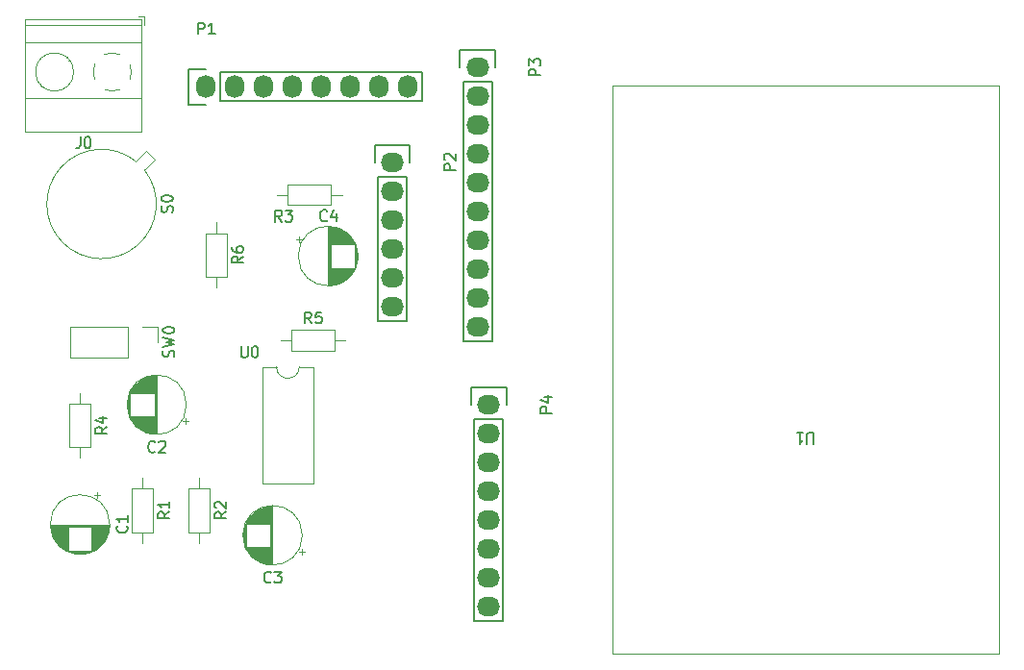
<source format=gbr>
%TF.GenerationSoftware,KiCad,Pcbnew,(6.99.0-224-g211820a689)*%
%TF.CreationDate,2022-01-05T07:16:04+01:00*%
%TF.ProjectId,PCB,5043422e-6b69-4636-9164-5f7063625858,1.0*%
%TF.SameCoordinates,Original*%
%TF.FileFunction,Legend,Top*%
%TF.FilePolarity,Positive*%
%FSLAX46Y46*%
G04 Gerber Fmt 4.6, Leading zero omitted, Abs format (unit mm)*
G04 Created by KiCad (PCBNEW (6.99.0-224-g211820a689)) date 2022-01-05 07:16:04*
%MOMM*%
%LPD*%
G01*
G04 APERTURE LIST*
%ADD10C,0.150000*%
%ADD11C,0.120000*%
%ADD12O,2.032000X1.727200*%
%ADD13O,1.727200X2.032000*%
G04 APERTURE END LIST*
D10*
%TO.C,U1*%
X254597617Y-140447619D02*
X254597617Y-139638095D01*
X254549998Y-139542857D01*
X254502379Y-139495238D01*
X254407141Y-139447619D01*
X254216665Y-139447619D01*
X254121427Y-139495238D01*
X254073808Y-139542857D01*
X254026189Y-139638095D01*
X254026189Y-140447619D01*
X253114285Y-139447619D02*
X253685713Y-139447619D01*
X253399999Y-139447619D02*
X253399999Y-140447619D01*
X253495237Y-140304761D01*
X253590475Y-140209523D01*
X253685713Y-140161904D01*
%TO.C,U0*%
X204202382Y-131852380D02*
X204202382Y-132661904D01*
X204250001Y-132757142D01*
X204297620Y-132804761D01*
X204392858Y-132852380D01*
X204583334Y-132852380D01*
X204678572Y-132804761D01*
X204726191Y-132757142D01*
X204773810Y-132661904D01*
X204773810Y-131852380D01*
X205352381Y-131852380D02*
X205447619Y-131852380D01*
X205542857Y-131900000D01*
X205590476Y-131947619D01*
X205638095Y-132042857D01*
X205685714Y-132233333D01*
X205685714Y-132471428D01*
X205638095Y-132661904D01*
X205590476Y-132757142D01*
X205542857Y-132804761D01*
X205447619Y-132852380D01*
X205352381Y-132852380D01*
X205257143Y-132804761D01*
X205209524Y-132757142D01*
X205161905Y-132661904D01*
X205114286Y-132471428D01*
X205114286Y-132233333D01*
X205161905Y-132042857D01*
X205209524Y-131947619D01*
X205257143Y-131900000D01*
X205352381Y-131852380D01*
%TO.C,SW0*%
X198259761Y-132796427D02*
X198307380Y-132653570D01*
X198307380Y-132415475D01*
X198259761Y-132320237D01*
X198212142Y-132272618D01*
X198116904Y-132224999D01*
X198021666Y-132224999D01*
X197926428Y-132272618D01*
X197878809Y-132320237D01*
X197831190Y-132415475D01*
X197783571Y-132605951D01*
X197735952Y-132701189D01*
X197688333Y-132748808D01*
X197593095Y-132796427D01*
X197497857Y-132796427D01*
X197402619Y-132748808D01*
X197355000Y-132701189D01*
X197307380Y-132605951D01*
X197307380Y-132367856D01*
X197355000Y-132224999D01*
X197307380Y-131932142D02*
X198307380Y-131694047D01*
X197593095Y-131503571D01*
X198307380Y-131313095D01*
X197307380Y-131075000D01*
X197307380Y-130496428D02*
X197307380Y-130401190D01*
X197355000Y-130305952D01*
X197402619Y-130258333D01*
X197497857Y-130210714D01*
X197688333Y-130163095D01*
X197926428Y-130163095D01*
X198116904Y-130210714D01*
X198212142Y-130258333D01*
X198259761Y-130305952D01*
X198307380Y-130401190D01*
X198307380Y-130496428D01*
X198259761Y-130591666D01*
X198212142Y-130639285D01*
X198116904Y-130686904D01*
X197926428Y-130734523D01*
X197688333Y-130734523D01*
X197497857Y-130686904D01*
X197402619Y-130639285D01*
X197355000Y-130591666D01*
X197307380Y-130496428D01*
%TO.C,S0*%
X198124761Y-120041427D02*
X198172380Y-119898570D01*
X198172380Y-119660475D01*
X198124761Y-119565237D01*
X198077142Y-119517618D01*
X197981904Y-119469999D01*
X197886666Y-119469999D01*
X197791428Y-119517618D01*
X197743809Y-119565237D01*
X197696190Y-119660475D01*
X197648571Y-119850951D01*
X197600952Y-119946189D01*
X197553333Y-119993808D01*
X197458095Y-120041427D01*
X197362857Y-120041427D01*
X197267619Y-119993808D01*
X197220000Y-119946189D01*
X197172380Y-119850951D01*
X197172380Y-119612856D01*
X197220000Y-119469999D01*
X197172380Y-118891428D02*
X197172380Y-118796190D01*
X197220000Y-118700952D01*
X197267619Y-118653333D01*
X197362857Y-118605714D01*
X197553333Y-118558095D01*
X197791428Y-118558095D01*
X197981904Y-118605714D01*
X198077142Y-118653333D01*
X198124761Y-118700952D01*
X198172380Y-118796190D01*
X198172380Y-118891428D01*
X198124761Y-118986666D01*
X198077142Y-119034285D01*
X197981904Y-119081904D01*
X197791428Y-119129523D01*
X197553333Y-119129523D01*
X197362857Y-119081904D01*
X197267619Y-119034285D01*
X197220000Y-118986666D01*
X197172380Y-118891428D01*
%TO.C,R6*%
X204372380Y-123936189D02*
X203896190Y-124269522D01*
X204372380Y-124507617D02*
X203372380Y-124507617D01*
X203372380Y-124126665D01*
X203420000Y-124031427D01*
X203467619Y-123983808D01*
X203562857Y-123936189D01*
X203705714Y-123936189D01*
X203800952Y-123983808D01*
X203848571Y-124031427D01*
X203896190Y-124126665D01*
X203896190Y-124507617D01*
X203372380Y-123119523D02*
X203372380Y-123309999D01*
X203420000Y-123405237D01*
X203467619Y-123452856D01*
X203610476Y-123548094D01*
X203800952Y-123595713D01*
X204181904Y-123595713D01*
X204277142Y-123548094D01*
X204324761Y-123500475D01*
X204372380Y-123405237D01*
X204372380Y-123214761D01*
X204324761Y-123119523D01*
X204277142Y-123071904D01*
X204181904Y-123024285D01*
X203943809Y-123024285D01*
X203848571Y-123071904D01*
X203800952Y-123119523D01*
X203753333Y-123214761D01*
X203753333Y-123405237D01*
X203800952Y-123500475D01*
X203848571Y-123548094D01*
X203943809Y-123595713D01*
%TO.C,R5*%
X210383810Y-129832380D02*
X210050477Y-129356190D01*
X209812382Y-129832380D02*
X209812382Y-128832380D01*
X210193334Y-128832380D01*
X210288572Y-128880000D01*
X210336191Y-128927619D01*
X210383810Y-129022857D01*
X210383810Y-129165714D01*
X210336191Y-129260952D01*
X210288572Y-129308571D01*
X210193334Y-129356190D01*
X209812382Y-129356190D01*
X211248095Y-128832380D02*
X210771905Y-128832380D01*
X210724286Y-129308571D01*
X210771905Y-129260952D01*
X210867143Y-129213333D01*
X211105238Y-129213333D01*
X211200476Y-129260952D01*
X211248095Y-129308571D01*
X211295714Y-129403809D01*
X211295714Y-129641904D01*
X211248095Y-129737142D01*
X211200476Y-129784761D01*
X211105238Y-129832380D01*
X210867143Y-129832380D01*
X210771905Y-129784761D01*
X210724286Y-129737142D01*
%TO.C,R4*%
X192372380Y-138959999D02*
X191896190Y-139293332D01*
X192372380Y-139531427D02*
X191372380Y-139531427D01*
X191372380Y-139150475D01*
X191420000Y-139055237D01*
X191467619Y-139007618D01*
X191562857Y-138959999D01*
X191705714Y-138959999D01*
X191800952Y-139007618D01*
X191848571Y-139055237D01*
X191896190Y-139150475D01*
X191896190Y-139531427D01*
X191705714Y-138143333D02*
X192372380Y-138143333D01*
X191324761Y-138381428D02*
X192039047Y-138619523D01*
X192039047Y-138000476D01*
%TO.C,R3*%
X207773810Y-120872380D02*
X207440477Y-120396190D01*
X207202382Y-120872380D02*
X207202382Y-119872380D01*
X207583334Y-119872380D01*
X207678572Y-119920000D01*
X207726191Y-119967619D01*
X207773810Y-120062857D01*
X207773810Y-120205714D01*
X207726191Y-120300952D01*
X207678572Y-120348571D01*
X207583334Y-120396190D01*
X207202382Y-120396190D01*
X208066667Y-119872380D02*
X208685714Y-119872380D01*
X208352381Y-120253333D01*
X208495238Y-120253333D01*
X208590476Y-120300952D01*
X208638095Y-120348571D01*
X208685714Y-120443809D01*
X208685714Y-120681904D01*
X208638095Y-120777142D01*
X208590476Y-120824761D01*
X208495238Y-120872380D01*
X208209524Y-120872380D01*
X208114286Y-120824761D01*
X208066667Y-120777142D01*
%TO.C,R2*%
X202872380Y-146436189D02*
X202396190Y-146769522D01*
X202872380Y-147007617D02*
X201872380Y-147007617D01*
X201872380Y-146626665D01*
X201920000Y-146531427D01*
X201967619Y-146483808D01*
X202062857Y-146436189D01*
X202205714Y-146436189D01*
X202300952Y-146483808D01*
X202348571Y-146531427D01*
X202396190Y-146626665D01*
X202396190Y-147007617D01*
X201967619Y-146095713D02*
X201920000Y-146048094D01*
X201872380Y-145952856D01*
X201872380Y-145714761D01*
X201920000Y-145619523D01*
X201967619Y-145571904D01*
X202062857Y-145524285D01*
X202158095Y-145524285D01*
X202300952Y-145571904D01*
X202872380Y-146143332D01*
X202872380Y-145524285D01*
%TO.C,R1*%
X197872380Y-146436189D02*
X197396190Y-146769522D01*
X197872380Y-147007617D02*
X196872380Y-147007617D01*
X196872380Y-146626665D01*
X196920000Y-146531427D01*
X196967619Y-146483808D01*
X197062857Y-146436189D01*
X197205714Y-146436189D01*
X197300952Y-146483808D01*
X197348571Y-146531427D01*
X197396190Y-146626665D01*
X197396190Y-147007617D01*
X197872380Y-145524285D02*
X197872380Y-146095713D01*
X197872380Y-145809999D02*
X196872380Y-145809999D01*
X197015238Y-145905237D01*
X197110476Y-146000475D01*
X197158095Y-146095713D01*
%TO.C,P4*%
X231552380Y-137721427D02*
X230552380Y-137721427D01*
X230552380Y-137340475D01*
X230600000Y-137245237D01*
X230647619Y-137197618D01*
X230742857Y-137149999D01*
X230885714Y-137149999D01*
X230980952Y-137197618D01*
X231028571Y-137245237D01*
X231076190Y-137340475D01*
X231076190Y-137721427D01*
X230885714Y-136333333D02*
X231552380Y-136333333D01*
X230504761Y-136571428D02*
X231219047Y-136809523D01*
X231219047Y-136190476D01*
%TO.C,P3*%
X230552380Y-107997617D02*
X229552380Y-107997617D01*
X229552380Y-107616665D01*
X229600000Y-107521427D01*
X229647619Y-107473808D01*
X229742857Y-107426189D01*
X229885714Y-107426189D01*
X229980952Y-107473808D01*
X230028571Y-107521427D01*
X230076190Y-107616665D01*
X230076190Y-107997617D01*
X229552380Y-107133332D02*
X229552380Y-106514285D01*
X229933333Y-106847618D01*
X229933333Y-106704761D01*
X229980952Y-106609523D01*
X230028571Y-106561904D01*
X230123809Y-106514285D01*
X230361904Y-106514285D01*
X230457142Y-106561904D01*
X230504761Y-106609523D01*
X230552380Y-106704761D01*
X230552380Y-106990475D01*
X230504761Y-107085713D01*
X230457142Y-107133332D01*
%TO.C,P2*%
X223052380Y-116347617D02*
X222052380Y-116347617D01*
X222052380Y-115966665D01*
X222100000Y-115871427D01*
X222147619Y-115823808D01*
X222242857Y-115776189D01*
X222385714Y-115776189D01*
X222480952Y-115823808D01*
X222528571Y-115871427D01*
X222576190Y-115966665D01*
X222576190Y-116347617D01*
X222147619Y-115435713D02*
X222100000Y-115388094D01*
X222052380Y-115292856D01*
X222052380Y-115054761D01*
X222100000Y-114959523D01*
X222147619Y-114911904D01*
X222242857Y-114864285D01*
X222338095Y-114864285D01*
X222480952Y-114911904D01*
X223052380Y-115483332D01*
X223052380Y-114864285D01*
%TO.C,P1*%
X200402382Y-104352380D02*
X200402382Y-103352380D01*
X200783334Y-103352380D01*
X200878572Y-103400000D01*
X200926191Y-103447619D01*
X200973810Y-103542857D01*
X200973810Y-103685714D01*
X200926191Y-103780952D01*
X200878572Y-103828571D01*
X200783334Y-103876190D01*
X200402382Y-103876190D01*
X201885714Y-104352380D02*
X201314286Y-104352380D01*
X201600000Y-104352380D02*
X201600000Y-103352380D01*
X201504762Y-103495238D01*
X201409524Y-103590476D01*
X201314286Y-103638095D01*
%TO.C,J0*%
X190035953Y-113407380D02*
X190035953Y-114121666D01*
X189988334Y-114264523D01*
X189893096Y-114359761D01*
X189750239Y-114407380D01*
X189655001Y-114407380D01*
X190614524Y-113407380D02*
X190709762Y-113407380D01*
X190805000Y-113455000D01*
X190852619Y-113502619D01*
X190900238Y-113597857D01*
X190947857Y-113788333D01*
X190947857Y-114026428D01*
X190900238Y-114216904D01*
X190852619Y-114312142D01*
X190805000Y-114359761D01*
X190709762Y-114407380D01*
X190614524Y-114407380D01*
X190519286Y-114359761D01*
X190471667Y-114312142D01*
X190424048Y-114216904D01*
X190376429Y-114026428D01*
X190376429Y-113788333D01*
X190424048Y-113597857D01*
X190471667Y-113502619D01*
X190519286Y-113455000D01*
X190614524Y-113407380D01*
%TO.C,C4*%
X211750000Y-120757142D02*
X211702381Y-120804761D01*
X211559524Y-120852380D01*
X211464286Y-120852380D01*
X211321429Y-120804761D01*
X211226191Y-120709523D01*
X211178572Y-120614285D01*
X211130953Y-120423809D01*
X211130953Y-120280952D01*
X211178572Y-120090476D01*
X211226191Y-119995238D01*
X211321429Y-119900000D01*
X211464286Y-119852380D01*
X211559524Y-119852380D01*
X211702381Y-119900000D01*
X211750000Y-119947619D01*
X212566666Y-120185714D02*
X212566666Y-120852380D01*
X212328571Y-119804761D02*
X212090476Y-120519047D01*
X212709523Y-120519047D01*
%TO.C,C3*%
X206828923Y-152607142D02*
X206781304Y-152654761D01*
X206638447Y-152702380D01*
X206543209Y-152702380D01*
X206400352Y-152654761D01*
X206305114Y-152559523D01*
X206257495Y-152464285D01*
X206209876Y-152273809D01*
X206209876Y-152130952D01*
X206257495Y-151940476D01*
X206305114Y-151845238D01*
X206400352Y-151750000D01*
X206543209Y-151702380D01*
X206638447Y-151702380D01*
X206781304Y-151750000D01*
X206828923Y-151797619D01*
X207121780Y-151702380D02*
X207740827Y-151702380D01*
X207407494Y-152083333D01*
X207550351Y-152083333D01*
X207645589Y-152130952D01*
X207693208Y-152178571D01*
X207740827Y-152273809D01*
X207740827Y-152511904D01*
X207693208Y-152607142D01*
X207645589Y-152654761D01*
X207550351Y-152702380D01*
X207264637Y-152702380D01*
X207169399Y-152654761D01*
X207121780Y-152607142D01*
%TO.C,C2*%
X196623810Y-141107142D02*
X196576191Y-141154761D01*
X196433334Y-141202380D01*
X196338096Y-141202380D01*
X196195239Y-141154761D01*
X196100001Y-141059523D01*
X196052382Y-140964285D01*
X196004763Y-140773809D01*
X196004763Y-140630952D01*
X196052382Y-140440476D01*
X196100001Y-140345238D01*
X196195239Y-140250000D01*
X196338096Y-140202380D01*
X196433334Y-140202380D01*
X196576191Y-140250000D01*
X196623810Y-140297619D01*
X196964286Y-140297619D02*
X197011905Y-140250000D01*
X197107143Y-140202380D01*
X197345238Y-140202380D01*
X197440476Y-140250000D01*
X197488095Y-140297619D01*
X197535714Y-140392857D01*
X197535714Y-140488095D01*
X197488095Y-140630952D01*
X196916667Y-141202380D01*
X197535714Y-141202380D01*
%TO.C,C1*%
X194107142Y-147671077D02*
X194154761Y-147718696D01*
X194202380Y-147861553D01*
X194202380Y-147956791D01*
X194154761Y-148099648D01*
X194059523Y-148194886D01*
X193964285Y-148242505D01*
X193773809Y-148290124D01*
X193630952Y-148290124D01*
X193440476Y-148242505D01*
X193345238Y-148194886D01*
X193250000Y-148099648D01*
X193202380Y-147956791D01*
X193202380Y-147861553D01*
X193250000Y-147718696D01*
X193297619Y-147671077D01*
X194202380Y-146759173D02*
X194202380Y-147330601D01*
X194202380Y-147044887D02*
X193202380Y-147044887D01*
X193345238Y-147140125D01*
X193440476Y-147235363D01*
X193488095Y-147330601D01*
D11*
%TO.C,U1*%
X270900000Y-108900000D02*
X236900000Y-108900000D01*
X236900000Y-108900000D02*
X236900000Y-158900000D01*
X236900000Y-158900000D02*
X270900000Y-158900000D01*
X270900000Y-158900000D02*
X270900000Y-108900000D01*
%TO.C,U0*%
X210560000Y-133670000D02*
X209310000Y-133670000D01*
X210560000Y-143950000D02*
X210560000Y-133670000D01*
X206060000Y-143950000D02*
X210560000Y-143950000D01*
X206060000Y-133670000D02*
X206060000Y-143950000D01*
X207310000Y-133670000D02*
X206060000Y-133670000D01*
X207310000Y-133670000D02*
G75*
G03*
X209310000Y-133670000I1000000J0D01*
G01*
%TO.C,SW0*%
X189115000Y-130170000D02*
X189115000Y-132830000D01*
X194255000Y-130170000D02*
X189115000Y-130170000D01*
X194255000Y-132830000D02*
X189115000Y-132830000D01*
X194255000Y-130170000D02*
X194255000Y-132830000D01*
X195525000Y-130170000D02*
X196855000Y-130170000D01*
X196855000Y-130170000D02*
X196855000Y-131500000D01*
%TO.C,S0*%
X195674902Y-116322916D02*
X196565856Y-115431961D01*
X196565856Y-115431961D02*
X195788039Y-114654144D01*
X195788039Y-114654144D02*
X194897084Y-115545098D01*
X194897371Y-115545326D02*
G75*
G03*
X195674902Y-116322916I-2997371J-3774674D01*
G01*
%TO.C,R6*%
X202000000Y-126680000D02*
X202000000Y-125730000D01*
X202000000Y-120940000D02*
X202000000Y-121890000D01*
X202920000Y-125730000D02*
X202920000Y-121890000D01*
X201080000Y-125730000D02*
X202920000Y-125730000D01*
X201080000Y-121890000D02*
X201080000Y-125730000D01*
X202920000Y-121890000D02*
X201080000Y-121890000D01*
%TO.C,R5*%
X213380000Y-131300000D02*
X212430000Y-131300000D01*
X207640000Y-131300000D02*
X208590000Y-131300000D01*
X212430000Y-130380000D02*
X208590000Y-130380000D01*
X212430000Y-132220000D02*
X212430000Y-130380000D01*
X208590000Y-132220000D02*
X212430000Y-132220000D01*
X208590000Y-130380000D02*
X208590000Y-132220000D01*
%TO.C,R4*%
X190920000Y-136890000D02*
X189080000Y-136890000D01*
X189080000Y-136890000D02*
X189080000Y-140730000D01*
X189080000Y-140730000D02*
X190920000Y-140730000D01*
X190920000Y-140730000D02*
X190920000Y-136890000D01*
X190000000Y-135940000D02*
X190000000Y-136890000D01*
X190000000Y-141680000D02*
X190000000Y-140730000D01*
%TO.C,R3*%
X212110000Y-119420000D02*
X212110000Y-117580000D01*
X212110000Y-117580000D02*
X208270000Y-117580000D01*
X208270000Y-117580000D02*
X208270000Y-119420000D01*
X208270000Y-119420000D02*
X212110000Y-119420000D01*
X213060000Y-118500000D02*
X212110000Y-118500000D01*
X207320000Y-118500000D02*
X208270000Y-118500000D01*
%TO.C,R2*%
X201420000Y-144390000D02*
X199580000Y-144390000D01*
X199580000Y-144390000D02*
X199580000Y-148230000D01*
X199580000Y-148230000D02*
X201420000Y-148230000D01*
X201420000Y-148230000D02*
X201420000Y-144390000D01*
X200500000Y-143440000D02*
X200500000Y-144390000D01*
X200500000Y-149180000D02*
X200500000Y-148230000D01*
%TO.C,R1*%
X196420000Y-144390000D02*
X194580000Y-144390000D01*
X194580000Y-144390000D02*
X194580000Y-148230000D01*
X194580000Y-148230000D02*
X196420000Y-148230000D01*
X196420000Y-148230000D02*
X196420000Y-144390000D01*
X195500000Y-143440000D02*
X195500000Y-144390000D01*
X195500000Y-149180000D02*
X195500000Y-148230000D01*
D10*
%TO.C,P4*%
X224730000Y-138270000D02*
X224730000Y-156050000D01*
X224730000Y-156050000D02*
X227270000Y-156050000D01*
X227270000Y-156050000D02*
X227270000Y-138270000D01*
X224450000Y-135450000D02*
X224450000Y-137000000D01*
X224730000Y-138270000D02*
X227270000Y-138270000D01*
X227550000Y-137000000D02*
X227550000Y-135450000D01*
X227550000Y-135450000D02*
X224450000Y-135450000D01*
%TO.C,P3*%
X223730000Y-108570000D02*
X223730000Y-131430000D01*
X223730000Y-131430000D02*
X226270000Y-131430000D01*
X226270000Y-131430000D02*
X226270000Y-108570000D01*
X223450000Y-105750000D02*
X223450000Y-107300000D01*
X223730000Y-108570000D02*
X226270000Y-108570000D01*
X226550000Y-107300000D02*
X226550000Y-105750000D01*
X226550000Y-105750000D02*
X223450000Y-105750000D01*
%TO.C,P2*%
X219050000Y-114100000D02*
X215950000Y-114100000D01*
X219050000Y-115650000D02*
X219050000Y-114100000D01*
X216230000Y-116920000D02*
X218770000Y-116920000D01*
X215950000Y-114100000D02*
X215950000Y-115650000D01*
X218770000Y-129620000D02*
X218770000Y-116920000D01*
X216230000Y-129620000D02*
X218770000Y-129620000D01*
X216230000Y-116920000D02*
X216230000Y-129620000D01*
%TO.C,P1*%
X202370000Y-110270000D02*
X220150000Y-110270000D01*
X220150000Y-110270000D02*
X220150000Y-107730000D01*
X220150000Y-107730000D02*
X202370000Y-107730000D01*
X199550000Y-110550000D02*
X201100000Y-110550000D01*
X202370000Y-110270000D02*
X202370000Y-107730000D01*
X201100000Y-107450000D02*
X199550000Y-107450000D01*
X199550000Y-107450000D02*
X199550000Y-110550000D01*
D11*
%TO.C,J0*%
X192845000Y-106015000D02*
G75*
G03*
X192161682Y-106160244I0J-1680000D01*
G01*
X191309999Y-107011000D02*
G75*
G03*
X191309573Y-108378042I1535001J-684000D01*
G01*
X192161000Y-109230001D02*
G75*
G03*
X193528042Y-109230427I684000J1535001D01*
G01*
X194380001Y-108379000D02*
G75*
G03*
X194380427Y-107011958I-1535001J684000D01*
G01*
X193529000Y-106160000D02*
G75*
G03*
X192816195Y-106014747I-684000J-1535000D01*
G01*
X189445000Y-107695000D02*
G75*
G03*
X189445000Y-107695000I-1680000J0D01*
G01*
X195445000Y-103595000D02*
X185165000Y-103595000D01*
X195445000Y-105095000D02*
X185165000Y-105095000D01*
X195445000Y-109996000D02*
X185165000Y-109996000D01*
X195445000Y-112956000D02*
X185165000Y-112956000D01*
X195445000Y-103035000D02*
X185165000Y-103035000D01*
X195445000Y-112956000D02*
X195445000Y-103035000D01*
X185165000Y-112956000D02*
X185165000Y-103035000D01*
X186490000Y-108764000D02*
X186537000Y-108718000D01*
X188799000Y-106456000D02*
X188834000Y-106421000D01*
X186695000Y-108970000D02*
X186730000Y-108934000D01*
X188992000Y-106672000D02*
X189039000Y-106626000D01*
X195685000Y-103535000D02*
X195685000Y-102795000D01*
X195685000Y-102795000D02*
X195185000Y-102795000D01*
%TO.C,C4*%
X214464888Y-123900000D02*
G75*
G03*
X214464888Y-123900000I-2620000J0D01*
G01*
X211844888Y-121320000D02*
X211844888Y-126480000D01*
X211884888Y-121320000D02*
X211884888Y-126480000D01*
X211924888Y-121321000D02*
X211924888Y-126479000D01*
X211964888Y-121322000D02*
X211964888Y-126478000D01*
X212004888Y-121324000D02*
X212004888Y-126476000D01*
X212044888Y-121327000D02*
X212044888Y-126473000D01*
X212084888Y-121331000D02*
X212084888Y-122860000D01*
X212084888Y-124940000D02*
X212084888Y-126469000D01*
X212124888Y-121335000D02*
X212124888Y-122860000D01*
X212124888Y-124940000D02*
X212124888Y-126465000D01*
X212164888Y-121339000D02*
X212164888Y-122860000D01*
X212164888Y-124940000D02*
X212164888Y-126461000D01*
X212204888Y-121344000D02*
X212204888Y-122860000D01*
X212204888Y-124940000D02*
X212204888Y-126456000D01*
X212244888Y-121350000D02*
X212244888Y-122860000D01*
X212244888Y-124940000D02*
X212244888Y-126450000D01*
X212284888Y-121357000D02*
X212284888Y-122860000D01*
X212284888Y-124940000D02*
X212284888Y-126443000D01*
X212324888Y-121364000D02*
X212324888Y-122860000D01*
X212324888Y-124940000D02*
X212324888Y-126436000D01*
X212364888Y-121372000D02*
X212364888Y-122860000D01*
X212364888Y-124940000D02*
X212364888Y-126428000D01*
X212404888Y-121380000D02*
X212404888Y-122860000D01*
X212404888Y-124940000D02*
X212404888Y-126420000D01*
X212444888Y-121389000D02*
X212444888Y-122860000D01*
X212444888Y-124940000D02*
X212444888Y-126411000D01*
X212484888Y-121399000D02*
X212484888Y-122860000D01*
X212484888Y-124940000D02*
X212484888Y-126401000D01*
X212524888Y-121409000D02*
X212524888Y-122860000D01*
X212524888Y-124940000D02*
X212524888Y-126391000D01*
X212565888Y-121420000D02*
X212565888Y-122860000D01*
X212565888Y-124940000D02*
X212565888Y-126380000D01*
X212605888Y-121432000D02*
X212605888Y-122860000D01*
X212605888Y-124940000D02*
X212605888Y-126368000D01*
X212645888Y-121445000D02*
X212645888Y-122860000D01*
X212645888Y-124940000D02*
X212645888Y-126355000D01*
X212685888Y-121458000D02*
X212685888Y-122860000D01*
X212685888Y-124940000D02*
X212685888Y-126342000D01*
X212725888Y-121472000D02*
X212725888Y-122860000D01*
X212725888Y-124940000D02*
X212725888Y-126328000D01*
X212765888Y-121486000D02*
X212765888Y-122860000D01*
X212765888Y-124940000D02*
X212765888Y-126314000D01*
X212805888Y-121502000D02*
X212805888Y-122860000D01*
X212805888Y-124940000D02*
X212805888Y-126298000D01*
X212845888Y-121518000D02*
X212845888Y-122860000D01*
X212845888Y-124940000D02*
X212845888Y-126282000D01*
X212885888Y-121535000D02*
X212885888Y-122860000D01*
X212885888Y-124940000D02*
X212885888Y-126265000D01*
X212925888Y-121552000D02*
X212925888Y-122860000D01*
X212925888Y-124940000D02*
X212925888Y-126248000D01*
X212965888Y-121571000D02*
X212965888Y-122860000D01*
X212965888Y-124940000D02*
X212965888Y-126229000D01*
X213005888Y-121590000D02*
X213005888Y-122860000D01*
X213005888Y-124940000D02*
X213005888Y-126210000D01*
X213045888Y-121610000D02*
X213045888Y-122860000D01*
X213045888Y-124940000D02*
X213045888Y-126190000D01*
X213085888Y-121632000D02*
X213085888Y-122860000D01*
X213085888Y-124940000D02*
X213085888Y-126168000D01*
X213125888Y-121653000D02*
X213125888Y-122860000D01*
X213125888Y-124940000D02*
X213125888Y-126147000D01*
X213165888Y-121676000D02*
X213165888Y-122860000D01*
X213165888Y-124940000D02*
X213165888Y-126124000D01*
X213205888Y-121700000D02*
X213205888Y-122860000D01*
X213205888Y-124940000D02*
X213205888Y-126100000D01*
X213245888Y-121725000D02*
X213245888Y-122860000D01*
X213245888Y-124940000D02*
X213245888Y-126075000D01*
X213285888Y-121751000D02*
X213285888Y-122860000D01*
X213285888Y-124940000D02*
X213285888Y-126049000D01*
X213325888Y-121778000D02*
X213325888Y-122860000D01*
X213325888Y-124940000D02*
X213325888Y-126022000D01*
X213365888Y-121805000D02*
X213365888Y-122860000D01*
X213365888Y-124940000D02*
X213365888Y-125995000D01*
X213405888Y-121835000D02*
X213405888Y-122860000D01*
X213405888Y-124940000D02*
X213405888Y-125965000D01*
X213445888Y-121865000D02*
X213445888Y-122860000D01*
X213445888Y-124940000D02*
X213445888Y-125935000D01*
X213485888Y-121896000D02*
X213485888Y-122860000D01*
X213485888Y-124940000D02*
X213485888Y-125904000D01*
X213525888Y-121929000D02*
X213525888Y-122860000D01*
X213525888Y-124940000D02*
X213525888Y-125871000D01*
X213565888Y-121963000D02*
X213565888Y-122860000D01*
X213565888Y-124940000D02*
X213565888Y-125837000D01*
X213605888Y-121999000D02*
X213605888Y-122860000D01*
X213605888Y-124940000D02*
X213605888Y-125801000D01*
X213645888Y-122036000D02*
X213645888Y-122860000D01*
X213645888Y-124940000D02*
X213645888Y-125764000D01*
X213685888Y-122074000D02*
X213685888Y-122860000D01*
X213685888Y-124940000D02*
X213685888Y-125726000D01*
X213725888Y-122115000D02*
X213725888Y-122860000D01*
X213725888Y-124940000D02*
X213725888Y-125685000D01*
X213765888Y-122157000D02*
X213765888Y-122860000D01*
X213765888Y-124940000D02*
X213765888Y-125643000D01*
X213805888Y-122201000D02*
X213805888Y-122860000D01*
X213805888Y-124940000D02*
X213805888Y-125599000D01*
X213845888Y-122247000D02*
X213845888Y-122860000D01*
X213845888Y-124940000D02*
X213845888Y-125553000D01*
X213885888Y-122295000D02*
X213885888Y-122860000D01*
X213885888Y-124940000D02*
X213885888Y-125505000D01*
X213925888Y-122346000D02*
X213925888Y-122860000D01*
X213925888Y-124940000D02*
X213925888Y-125454000D01*
X213965888Y-122400000D02*
X213965888Y-122860000D01*
X213965888Y-124940000D02*
X213965888Y-125400000D01*
X214005888Y-122457000D02*
X214005888Y-122860000D01*
X214005888Y-124940000D02*
X214005888Y-125343000D01*
X214045888Y-122517000D02*
X214045888Y-122860000D01*
X214045888Y-124940000D02*
X214045888Y-125283000D01*
X214085888Y-122581000D02*
X214085888Y-122860000D01*
X214085888Y-124940000D02*
X214085888Y-125219000D01*
X214125888Y-122649000D02*
X214125888Y-122860000D01*
X214125888Y-124940000D02*
X214125888Y-125151000D01*
X214165888Y-122722000D02*
X214165888Y-125078000D01*
X214205888Y-122802000D02*
X214205888Y-124998000D01*
X214245888Y-122889000D02*
X214245888Y-124911000D01*
X214285888Y-122985000D02*
X214285888Y-124815000D01*
X214325888Y-123095000D02*
X214325888Y-124705000D01*
X214365888Y-123223000D02*
X214365888Y-124577000D01*
X214405888Y-123382000D02*
X214405888Y-124418000D01*
X214445888Y-123616000D02*
X214445888Y-124184000D01*
X209040113Y-122425000D02*
X209540113Y-122425000D01*
X209290113Y-122175000D02*
X209290113Y-122675000D01*
%TO.C,C3*%
X209575113Y-148500000D02*
G75*
G03*
X209575113Y-148500000I-2620000J0D01*
G01*
X206955113Y-151080000D02*
X206955113Y-145920000D01*
X206915113Y-151080000D02*
X206915113Y-145920000D01*
X206875113Y-151079000D02*
X206875113Y-145921000D01*
X206835113Y-151078000D02*
X206835113Y-145922000D01*
X206795113Y-151076000D02*
X206795113Y-145924000D01*
X206755113Y-151073000D02*
X206755113Y-145927000D01*
X206715113Y-151069000D02*
X206715113Y-149540000D01*
X206715113Y-147460000D02*
X206715113Y-145931000D01*
X206675113Y-151065000D02*
X206675113Y-149540000D01*
X206675113Y-147460000D02*
X206675113Y-145935000D01*
X206635113Y-151061000D02*
X206635113Y-149540000D01*
X206635113Y-147460000D02*
X206635113Y-145939000D01*
X206595113Y-151056000D02*
X206595113Y-149540000D01*
X206595113Y-147460000D02*
X206595113Y-145944000D01*
X206555113Y-151050000D02*
X206555113Y-149540000D01*
X206555113Y-147460000D02*
X206555113Y-145950000D01*
X206515113Y-151043000D02*
X206515113Y-149540000D01*
X206515113Y-147460000D02*
X206515113Y-145957000D01*
X206475113Y-151036000D02*
X206475113Y-149540000D01*
X206475113Y-147460000D02*
X206475113Y-145964000D01*
X206435113Y-151028000D02*
X206435113Y-149540000D01*
X206435113Y-147460000D02*
X206435113Y-145972000D01*
X206395113Y-151020000D02*
X206395113Y-149540000D01*
X206395113Y-147460000D02*
X206395113Y-145980000D01*
X206355113Y-151011000D02*
X206355113Y-149540000D01*
X206355113Y-147460000D02*
X206355113Y-145989000D01*
X206315113Y-151001000D02*
X206315113Y-149540000D01*
X206315113Y-147460000D02*
X206315113Y-145999000D01*
X206275113Y-150991000D02*
X206275113Y-149540000D01*
X206275113Y-147460000D02*
X206275113Y-146009000D01*
X206234113Y-150980000D02*
X206234113Y-149540000D01*
X206234113Y-147460000D02*
X206234113Y-146020000D01*
X206194113Y-150968000D02*
X206194113Y-149540000D01*
X206194113Y-147460000D02*
X206194113Y-146032000D01*
X206154113Y-150955000D02*
X206154113Y-149540000D01*
X206154113Y-147460000D02*
X206154113Y-146045000D01*
X206114113Y-150942000D02*
X206114113Y-149540000D01*
X206114113Y-147460000D02*
X206114113Y-146058000D01*
X206074113Y-150928000D02*
X206074113Y-149540000D01*
X206074113Y-147460000D02*
X206074113Y-146072000D01*
X206034113Y-150914000D02*
X206034113Y-149540000D01*
X206034113Y-147460000D02*
X206034113Y-146086000D01*
X205994113Y-150898000D02*
X205994113Y-149540000D01*
X205994113Y-147460000D02*
X205994113Y-146102000D01*
X205954113Y-150882000D02*
X205954113Y-149540000D01*
X205954113Y-147460000D02*
X205954113Y-146118000D01*
X205914113Y-150865000D02*
X205914113Y-149540000D01*
X205914113Y-147460000D02*
X205914113Y-146135000D01*
X205874113Y-150848000D02*
X205874113Y-149540000D01*
X205874113Y-147460000D02*
X205874113Y-146152000D01*
X205834113Y-150829000D02*
X205834113Y-149540000D01*
X205834113Y-147460000D02*
X205834113Y-146171000D01*
X205794113Y-150810000D02*
X205794113Y-149540000D01*
X205794113Y-147460000D02*
X205794113Y-146190000D01*
X205754113Y-150790000D02*
X205754113Y-149540000D01*
X205754113Y-147460000D02*
X205754113Y-146210000D01*
X205714113Y-150768000D02*
X205714113Y-149540000D01*
X205714113Y-147460000D02*
X205714113Y-146232000D01*
X205674113Y-150747000D02*
X205674113Y-149540000D01*
X205674113Y-147460000D02*
X205674113Y-146253000D01*
X205634113Y-150724000D02*
X205634113Y-149540000D01*
X205634113Y-147460000D02*
X205634113Y-146276000D01*
X205594113Y-150700000D02*
X205594113Y-149540000D01*
X205594113Y-147460000D02*
X205594113Y-146300000D01*
X205554113Y-150675000D02*
X205554113Y-149540000D01*
X205554113Y-147460000D02*
X205554113Y-146325000D01*
X205514113Y-150649000D02*
X205514113Y-149540000D01*
X205514113Y-147460000D02*
X205514113Y-146351000D01*
X205474113Y-150622000D02*
X205474113Y-149540000D01*
X205474113Y-147460000D02*
X205474113Y-146378000D01*
X205434113Y-150595000D02*
X205434113Y-149540000D01*
X205434113Y-147460000D02*
X205434113Y-146405000D01*
X205394113Y-150565000D02*
X205394113Y-149540000D01*
X205394113Y-147460000D02*
X205394113Y-146435000D01*
X205354113Y-150535000D02*
X205354113Y-149540000D01*
X205354113Y-147460000D02*
X205354113Y-146465000D01*
X205314113Y-150504000D02*
X205314113Y-149540000D01*
X205314113Y-147460000D02*
X205314113Y-146496000D01*
X205274113Y-150471000D02*
X205274113Y-149540000D01*
X205274113Y-147460000D02*
X205274113Y-146529000D01*
X205234113Y-150437000D02*
X205234113Y-149540000D01*
X205234113Y-147460000D02*
X205234113Y-146563000D01*
X205194113Y-150401000D02*
X205194113Y-149540000D01*
X205194113Y-147460000D02*
X205194113Y-146599000D01*
X205154113Y-150364000D02*
X205154113Y-149540000D01*
X205154113Y-147460000D02*
X205154113Y-146636000D01*
X205114113Y-150326000D02*
X205114113Y-149540000D01*
X205114113Y-147460000D02*
X205114113Y-146674000D01*
X205074113Y-150285000D02*
X205074113Y-149540000D01*
X205074113Y-147460000D02*
X205074113Y-146715000D01*
X205034113Y-150243000D02*
X205034113Y-149540000D01*
X205034113Y-147460000D02*
X205034113Y-146757000D01*
X204994113Y-150199000D02*
X204994113Y-149540000D01*
X204994113Y-147460000D02*
X204994113Y-146801000D01*
X204954113Y-150153000D02*
X204954113Y-149540000D01*
X204954113Y-147460000D02*
X204954113Y-146847000D01*
X204914113Y-150105000D02*
X204914113Y-149540000D01*
X204914113Y-147460000D02*
X204914113Y-146895000D01*
X204874113Y-150054000D02*
X204874113Y-149540000D01*
X204874113Y-147460000D02*
X204874113Y-146946000D01*
X204834113Y-150000000D02*
X204834113Y-149540000D01*
X204834113Y-147460000D02*
X204834113Y-147000000D01*
X204794113Y-149943000D02*
X204794113Y-149540000D01*
X204794113Y-147460000D02*
X204794113Y-147057000D01*
X204754113Y-149883000D02*
X204754113Y-149540000D01*
X204754113Y-147460000D02*
X204754113Y-147117000D01*
X204714113Y-149819000D02*
X204714113Y-149540000D01*
X204714113Y-147460000D02*
X204714113Y-147181000D01*
X204674113Y-149751000D02*
X204674113Y-149540000D01*
X204674113Y-147460000D02*
X204674113Y-147249000D01*
X204634113Y-149678000D02*
X204634113Y-147322000D01*
X204594113Y-149598000D02*
X204594113Y-147402000D01*
X204554113Y-149511000D02*
X204554113Y-147489000D01*
X204514113Y-149415000D02*
X204514113Y-147585000D01*
X204474113Y-149305000D02*
X204474113Y-147695000D01*
X204434113Y-149177000D02*
X204434113Y-147823000D01*
X204394113Y-149018000D02*
X204394113Y-147982000D01*
X204354113Y-148784000D02*
X204354113Y-148216000D01*
X209759888Y-149975000D02*
X209259888Y-149975000D01*
X209509888Y-150225000D02*
X209509888Y-149725000D01*
%TO.C,C2*%
X199370000Y-137000000D02*
G75*
G03*
X199370000Y-137000000I-2620000J0D01*
G01*
X196750000Y-139580000D02*
X196750000Y-134420000D01*
X196710000Y-139580000D02*
X196710000Y-134420000D01*
X196670000Y-139579000D02*
X196670000Y-134421000D01*
X196630000Y-139578000D02*
X196630000Y-134422000D01*
X196590000Y-139576000D02*
X196590000Y-134424000D01*
X196550000Y-139573000D02*
X196550000Y-134427000D01*
X196510000Y-139569000D02*
X196510000Y-138040000D01*
X196510000Y-135960000D02*
X196510000Y-134431000D01*
X196470000Y-139565000D02*
X196470000Y-138040000D01*
X196470000Y-135960000D02*
X196470000Y-134435000D01*
X196430000Y-139561000D02*
X196430000Y-138040000D01*
X196430000Y-135960000D02*
X196430000Y-134439000D01*
X196390000Y-139556000D02*
X196390000Y-138040000D01*
X196390000Y-135960000D02*
X196390000Y-134444000D01*
X196350000Y-139550000D02*
X196350000Y-138040000D01*
X196350000Y-135960000D02*
X196350000Y-134450000D01*
X196310000Y-139543000D02*
X196310000Y-138040000D01*
X196310000Y-135960000D02*
X196310000Y-134457000D01*
X196270000Y-139536000D02*
X196270000Y-138040000D01*
X196270000Y-135960000D02*
X196270000Y-134464000D01*
X196230000Y-139528000D02*
X196230000Y-138040000D01*
X196230000Y-135960000D02*
X196230000Y-134472000D01*
X196190000Y-139520000D02*
X196190000Y-138040000D01*
X196190000Y-135960000D02*
X196190000Y-134480000D01*
X196150000Y-139511000D02*
X196150000Y-138040000D01*
X196150000Y-135960000D02*
X196150000Y-134489000D01*
X196110000Y-139501000D02*
X196110000Y-138040000D01*
X196110000Y-135960000D02*
X196110000Y-134499000D01*
X196070000Y-139491000D02*
X196070000Y-138040000D01*
X196070000Y-135960000D02*
X196070000Y-134509000D01*
X196029000Y-139480000D02*
X196029000Y-138040000D01*
X196029000Y-135960000D02*
X196029000Y-134520000D01*
X195989000Y-139468000D02*
X195989000Y-138040000D01*
X195989000Y-135960000D02*
X195989000Y-134532000D01*
X195949000Y-139455000D02*
X195949000Y-138040000D01*
X195949000Y-135960000D02*
X195949000Y-134545000D01*
X195909000Y-139442000D02*
X195909000Y-138040000D01*
X195909000Y-135960000D02*
X195909000Y-134558000D01*
X195869000Y-139428000D02*
X195869000Y-138040000D01*
X195869000Y-135960000D02*
X195869000Y-134572000D01*
X195829000Y-139414000D02*
X195829000Y-138040000D01*
X195829000Y-135960000D02*
X195829000Y-134586000D01*
X195789000Y-139398000D02*
X195789000Y-138040000D01*
X195789000Y-135960000D02*
X195789000Y-134602000D01*
X195749000Y-139382000D02*
X195749000Y-138040000D01*
X195749000Y-135960000D02*
X195749000Y-134618000D01*
X195709000Y-139365000D02*
X195709000Y-138040000D01*
X195709000Y-135960000D02*
X195709000Y-134635000D01*
X195669000Y-139348000D02*
X195669000Y-138040000D01*
X195669000Y-135960000D02*
X195669000Y-134652000D01*
X195629000Y-139329000D02*
X195629000Y-138040000D01*
X195629000Y-135960000D02*
X195629000Y-134671000D01*
X195589000Y-139310000D02*
X195589000Y-138040000D01*
X195589000Y-135960000D02*
X195589000Y-134690000D01*
X195549000Y-139290000D02*
X195549000Y-138040000D01*
X195549000Y-135960000D02*
X195549000Y-134710000D01*
X195509000Y-139268000D02*
X195509000Y-138040000D01*
X195509000Y-135960000D02*
X195509000Y-134732000D01*
X195469000Y-139247000D02*
X195469000Y-138040000D01*
X195469000Y-135960000D02*
X195469000Y-134753000D01*
X195429000Y-139224000D02*
X195429000Y-138040000D01*
X195429000Y-135960000D02*
X195429000Y-134776000D01*
X195389000Y-139200000D02*
X195389000Y-138040000D01*
X195389000Y-135960000D02*
X195389000Y-134800000D01*
X195349000Y-139175000D02*
X195349000Y-138040000D01*
X195349000Y-135960000D02*
X195349000Y-134825000D01*
X195309000Y-139149000D02*
X195309000Y-138040000D01*
X195309000Y-135960000D02*
X195309000Y-134851000D01*
X195269000Y-139122000D02*
X195269000Y-138040000D01*
X195269000Y-135960000D02*
X195269000Y-134878000D01*
X195229000Y-139095000D02*
X195229000Y-138040000D01*
X195229000Y-135960000D02*
X195229000Y-134905000D01*
X195189000Y-139065000D02*
X195189000Y-138040000D01*
X195189000Y-135960000D02*
X195189000Y-134935000D01*
X195149000Y-139035000D02*
X195149000Y-138040000D01*
X195149000Y-135960000D02*
X195149000Y-134965000D01*
X195109000Y-139004000D02*
X195109000Y-138040000D01*
X195109000Y-135960000D02*
X195109000Y-134996000D01*
X195069000Y-138971000D02*
X195069000Y-138040000D01*
X195069000Y-135960000D02*
X195069000Y-135029000D01*
X195029000Y-138937000D02*
X195029000Y-138040000D01*
X195029000Y-135960000D02*
X195029000Y-135063000D01*
X194989000Y-138901000D02*
X194989000Y-138040000D01*
X194989000Y-135960000D02*
X194989000Y-135099000D01*
X194949000Y-138864000D02*
X194949000Y-138040000D01*
X194949000Y-135960000D02*
X194949000Y-135136000D01*
X194909000Y-138826000D02*
X194909000Y-138040000D01*
X194909000Y-135960000D02*
X194909000Y-135174000D01*
X194869000Y-138785000D02*
X194869000Y-138040000D01*
X194869000Y-135960000D02*
X194869000Y-135215000D01*
X194829000Y-138743000D02*
X194829000Y-138040000D01*
X194829000Y-135960000D02*
X194829000Y-135257000D01*
X194789000Y-138699000D02*
X194789000Y-138040000D01*
X194789000Y-135960000D02*
X194789000Y-135301000D01*
X194749000Y-138653000D02*
X194749000Y-138040000D01*
X194749000Y-135960000D02*
X194749000Y-135347000D01*
X194709000Y-138605000D02*
X194709000Y-138040000D01*
X194709000Y-135960000D02*
X194709000Y-135395000D01*
X194669000Y-138554000D02*
X194669000Y-138040000D01*
X194669000Y-135960000D02*
X194669000Y-135446000D01*
X194629000Y-138500000D02*
X194629000Y-138040000D01*
X194629000Y-135960000D02*
X194629000Y-135500000D01*
X194589000Y-138443000D02*
X194589000Y-138040000D01*
X194589000Y-135960000D02*
X194589000Y-135557000D01*
X194549000Y-138383000D02*
X194549000Y-138040000D01*
X194549000Y-135960000D02*
X194549000Y-135617000D01*
X194509000Y-138319000D02*
X194509000Y-138040000D01*
X194509000Y-135960000D02*
X194509000Y-135681000D01*
X194469000Y-138251000D02*
X194469000Y-138040000D01*
X194469000Y-135960000D02*
X194469000Y-135749000D01*
X194429000Y-138178000D02*
X194429000Y-135822000D01*
X194389000Y-138098000D02*
X194389000Y-135902000D01*
X194349000Y-138011000D02*
X194349000Y-135989000D01*
X194309000Y-137915000D02*
X194309000Y-136085000D01*
X194269000Y-137805000D02*
X194269000Y-136195000D01*
X194229000Y-137677000D02*
X194229000Y-136323000D01*
X194189000Y-137518000D02*
X194189000Y-136482000D01*
X194149000Y-137284000D02*
X194149000Y-136716000D01*
X199554775Y-138475000D02*
X199054775Y-138475000D01*
X199304775Y-138725000D02*
X199304775Y-138225000D01*
%TO.C,C1*%
X192620000Y-147544888D02*
G75*
G03*
X192620000Y-147544888I-2620000J0D01*
G01*
X192580000Y-147544888D02*
X187420000Y-147544888D01*
X192580000Y-147584888D02*
X187420000Y-147584888D01*
X192579000Y-147624888D02*
X187421000Y-147624888D01*
X192578000Y-147664888D02*
X187422000Y-147664888D01*
X192576000Y-147704888D02*
X187424000Y-147704888D01*
X192573000Y-147744888D02*
X187427000Y-147744888D01*
X192569000Y-147784888D02*
X191040000Y-147784888D01*
X188960000Y-147784888D02*
X187431000Y-147784888D01*
X192565000Y-147824888D02*
X191040000Y-147824888D01*
X188960000Y-147824888D02*
X187435000Y-147824888D01*
X192561000Y-147864888D02*
X191040000Y-147864888D01*
X188960000Y-147864888D02*
X187439000Y-147864888D01*
X192556000Y-147904888D02*
X191040000Y-147904888D01*
X188960000Y-147904888D02*
X187444000Y-147904888D01*
X192550000Y-147944888D02*
X191040000Y-147944888D01*
X188960000Y-147944888D02*
X187450000Y-147944888D01*
X192543000Y-147984888D02*
X191040000Y-147984888D01*
X188960000Y-147984888D02*
X187457000Y-147984888D01*
X192536000Y-148024888D02*
X191040000Y-148024888D01*
X188960000Y-148024888D02*
X187464000Y-148024888D01*
X192528000Y-148064888D02*
X191040000Y-148064888D01*
X188960000Y-148064888D02*
X187472000Y-148064888D01*
X192520000Y-148104888D02*
X191040000Y-148104888D01*
X188960000Y-148104888D02*
X187480000Y-148104888D01*
X192511000Y-148144888D02*
X191040000Y-148144888D01*
X188960000Y-148144888D02*
X187489000Y-148144888D01*
X192501000Y-148184888D02*
X191040000Y-148184888D01*
X188960000Y-148184888D02*
X187499000Y-148184888D01*
X192491000Y-148224888D02*
X191040000Y-148224888D01*
X188960000Y-148224888D02*
X187509000Y-148224888D01*
X192480000Y-148265888D02*
X191040000Y-148265888D01*
X188960000Y-148265888D02*
X187520000Y-148265888D01*
X192468000Y-148305888D02*
X191040000Y-148305888D01*
X188960000Y-148305888D02*
X187532000Y-148305888D01*
X192455000Y-148345888D02*
X191040000Y-148345888D01*
X188960000Y-148345888D02*
X187545000Y-148345888D01*
X192442000Y-148385888D02*
X191040000Y-148385888D01*
X188960000Y-148385888D02*
X187558000Y-148385888D01*
X192428000Y-148425888D02*
X191040000Y-148425888D01*
X188960000Y-148425888D02*
X187572000Y-148425888D01*
X192414000Y-148465888D02*
X191040000Y-148465888D01*
X188960000Y-148465888D02*
X187586000Y-148465888D01*
X192398000Y-148505888D02*
X191040000Y-148505888D01*
X188960000Y-148505888D02*
X187602000Y-148505888D01*
X192382000Y-148545888D02*
X191040000Y-148545888D01*
X188960000Y-148545888D02*
X187618000Y-148545888D01*
X192365000Y-148585888D02*
X191040000Y-148585888D01*
X188960000Y-148585888D02*
X187635000Y-148585888D01*
X192348000Y-148625888D02*
X191040000Y-148625888D01*
X188960000Y-148625888D02*
X187652000Y-148625888D01*
X192329000Y-148665888D02*
X191040000Y-148665888D01*
X188960000Y-148665888D02*
X187671000Y-148665888D01*
X192310000Y-148705888D02*
X191040000Y-148705888D01*
X188960000Y-148705888D02*
X187690000Y-148705888D01*
X192290000Y-148745888D02*
X191040000Y-148745888D01*
X188960000Y-148745888D02*
X187710000Y-148745888D01*
X192268000Y-148785888D02*
X191040000Y-148785888D01*
X188960000Y-148785888D02*
X187732000Y-148785888D01*
X192247000Y-148825888D02*
X191040000Y-148825888D01*
X188960000Y-148825888D02*
X187753000Y-148825888D01*
X192224000Y-148865888D02*
X191040000Y-148865888D01*
X188960000Y-148865888D02*
X187776000Y-148865888D01*
X192200000Y-148905888D02*
X191040000Y-148905888D01*
X188960000Y-148905888D02*
X187800000Y-148905888D01*
X192175000Y-148945888D02*
X191040000Y-148945888D01*
X188960000Y-148945888D02*
X187825000Y-148945888D01*
X192149000Y-148985888D02*
X191040000Y-148985888D01*
X188960000Y-148985888D02*
X187851000Y-148985888D01*
X192122000Y-149025888D02*
X191040000Y-149025888D01*
X188960000Y-149025888D02*
X187878000Y-149025888D01*
X192095000Y-149065888D02*
X191040000Y-149065888D01*
X188960000Y-149065888D02*
X187905000Y-149065888D01*
X192065000Y-149105888D02*
X191040000Y-149105888D01*
X188960000Y-149105888D02*
X187935000Y-149105888D01*
X192035000Y-149145888D02*
X191040000Y-149145888D01*
X188960000Y-149145888D02*
X187965000Y-149145888D01*
X192004000Y-149185888D02*
X191040000Y-149185888D01*
X188960000Y-149185888D02*
X187996000Y-149185888D01*
X191971000Y-149225888D02*
X191040000Y-149225888D01*
X188960000Y-149225888D02*
X188029000Y-149225888D01*
X191937000Y-149265888D02*
X191040000Y-149265888D01*
X188960000Y-149265888D02*
X188063000Y-149265888D01*
X191901000Y-149305888D02*
X191040000Y-149305888D01*
X188960000Y-149305888D02*
X188099000Y-149305888D01*
X191864000Y-149345888D02*
X191040000Y-149345888D01*
X188960000Y-149345888D02*
X188136000Y-149345888D01*
X191826000Y-149385888D02*
X191040000Y-149385888D01*
X188960000Y-149385888D02*
X188174000Y-149385888D01*
X191785000Y-149425888D02*
X191040000Y-149425888D01*
X188960000Y-149425888D02*
X188215000Y-149425888D01*
X191743000Y-149465888D02*
X191040000Y-149465888D01*
X188960000Y-149465888D02*
X188257000Y-149465888D01*
X191699000Y-149505888D02*
X191040000Y-149505888D01*
X188960000Y-149505888D02*
X188301000Y-149505888D01*
X191653000Y-149545888D02*
X191040000Y-149545888D01*
X188960000Y-149545888D02*
X188347000Y-149545888D01*
X191605000Y-149585888D02*
X191040000Y-149585888D01*
X188960000Y-149585888D02*
X188395000Y-149585888D01*
X191554000Y-149625888D02*
X191040000Y-149625888D01*
X188960000Y-149625888D02*
X188446000Y-149625888D01*
X191500000Y-149665888D02*
X191040000Y-149665888D01*
X188960000Y-149665888D02*
X188500000Y-149665888D01*
X191443000Y-149705888D02*
X191040000Y-149705888D01*
X188960000Y-149705888D02*
X188557000Y-149705888D01*
X191383000Y-149745888D02*
X191040000Y-149745888D01*
X188960000Y-149745888D02*
X188617000Y-149745888D01*
X191319000Y-149785888D02*
X191040000Y-149785888D01*
X188960000Y-149785888D02*
X188681000Y-149785888D01*
X191251000Y-149825888D02*
X191040000Y-149825888D01*
X188960000Y-149825888D02*
X188749000Y-149825888D01*
X191178000Y-149865888D02*
X188822000Y-149865888D01*
X191098000Y-149905888D02*
X188902000Y-149905888D01*
X191011000Y-149945888D02*
X188989000Y-149945888D01*
X190915000Y-149985888D02*
X189085000Y-149985888D01*
X190805000Y-150025888D02*
X189195000Y-150025888D01*
X190677000Y-150065888D02*
X189323000Y-150065888D01*
X190518000Y-150105888D02*
X189482000Y-150105888D01*
X190284000Y-150145888D02*
X189716000Y-150145888D01*
X191475000Y-144740113D02*
X191475000Y-145240113D01*
X191725000Y-144990113D02*
X191225000Y-144990113D01*
%TD*%
D12*
%TO.C,P4*%
X226000000Y-137000000D03*
X226000000Y-139540000D03*
X226000000Y-142080000D03*
X226000000Y-144620000D03*
X226000000Y-147160000D03*
X226000000Y-149700000D03*
X226000000Y-152240000D03*
X226000000Y-154780000D03*
%TD*%
%TO.C,P3*%
X225000000Y-107300000D03*
X225000000Y-109840000D03*
X225000000Y-112380000D03*
X225000000Y-114920000D03*
X225000000Y-117460000D03*
X225000000Y-120000000D03*
X225000000Y-122540000D03*
X225000000Y-125080000D03*
X225000000Y-127620000D03*
X225000000Y-130160000D03*
%TD*%
%TO.C,P2*%
X217500000Y-128350000D03*
X217500000Y-125810000D03*
X217500000Y-123270000D03*
X217500000Y-120730000D03*
X217500000Y-118190000D03*
X217500000Y-115650000D03*
%TD*%
D13*
%TO.C,P1*%
X201100000Y-109000000D03*
X203640000Y-109000000D03*
X206180000Y-109000000D03*
X208720000Y-109000000D03*
X211260000Y-109000000D03*
X213800000Y-109000000D03*
X216340000Y-109000000D03*
X218880000Y-109000000D03*
%TD*%
M02*

</source>
